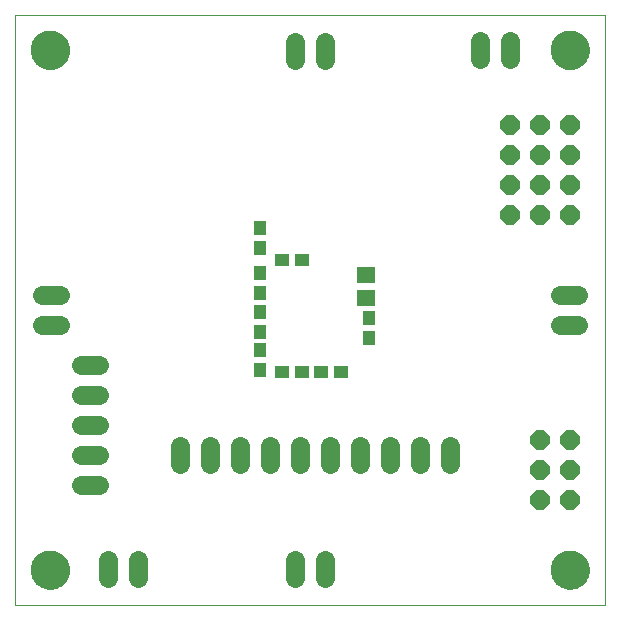
<source format=gbs>
G75*
G70*
%OFA0B0*%
%FSLAX24Y24*%
%IPPOS*%
%LPD*%
%AMOC8*
5,1,8,0,0,1.08239X$1,22.5*
%
%ADD10C,0.0000*%
%ADD11C,0.1300*%
%ADD12R,0.0434X0.0473*%
%ADD13R,0.0473X0.0434*%
%ADD14R,0.0631X0.0552*%
%ADD15C,0.0640*%
%ADD16OC8,0.0640*%
D10*
X003295Y003295D02*
X022980Y003295D01*
X022980Y022980D01*
X003295Y022980D01*
X003295Y003295D01*
X003846Y004476D02*
X003848Y004526D01*
X003854Y004576D01*
X003864Y004625D01*
X003878Y004673D01*
X003895Y004720D01*
X003916Y004765D01*
X003941Y004809D01*
X003969Y004850D01*
X004001Y004889D01*
X004035Y004926D01*
X004072Y004960D01*
X004112Y004990D01*
X004154Y005017D01*
X004198Y005041D01*
X004244Y005062D01*
X004291Y005078D01*
X004339Y005091D01*
X004389Y005100D01*
X004438Y005105D01*
X004489Y005106D01*
X004539Y005103D01*
X004588Y005096D01*
X004637Y005085D01*
X004685Y005070D01*
X004731Y005052D01*
X004776Y005030D01*
X004819Y005004D01*
X004860Y004975D01*
X004899Y004943D01*
X004935Y004908D01*
X004967Y004870D01*
X004997Y004830D01*
X005024Y004787D01*
X005047Y004743D01*
X005066Y004697D01*
X005082Y004649D01*
X005094Y004600D01*
X005102Y004551D01*
X005106Y004501D01*
X005106Y004451D01*
X005102Y004401D01*
X005094Y004352D01*
X005082Y004303D01*
X005066Y004255D01*
X005047Y004209D01*
X005024Y004165D01*
X004997Y004122D01*
X004967Y004082D01*
X004935Y004044D01*
X004899Y004009D01*
X004860Y003977D01*
X004819Y003948D01*
X004776Y003922D01*
X004731Y003900D01*
X004685Y003882D01*
X004637Y003867D01*
X004588Y003856D01*
X004539Y003849D01*
X004489Y003846D01*
X004438Y003847D01*
X004389Y003852D01*
X004339Y003861D01*
X004291Y003874D01*
X004244Y003890D01*
X004198Y003911D01*
X004154Y003935D01*
X004112Y003962D01*
X004072Y003992D01*
X004035Y004026D01*
X004001Y004063D01*
X003969Y004102D01*
X003941Y004143D01*
X003916Y004187D01*
X003895Y004232D01*
X003878Y004279D01*
X003864Y004327D01*
X003854Y004376D01*
X003848Y004426D01*
X003846Y004476D01*
X003846Y021799D02*
X003848Y021849D01*
X003854Y021899D01*
X003864Y021948D01*
X003878Y021996D01*
X003895Y022043D01*
X003916Y022088D01*
X003941Y022132D01*
X003969Y022173D01*
X004001Y022212D01*
X004035Y022249D01*
X004072Y022283D01*
X004112Y022313D01*
X004154Y022340D01*
X004198Y022364D01*
X004244Y022385D01*
X004291Y022401D01*
X004339Y022414D01*
X004389Y022423D01*
X004438Y022428D01*
X004489Y022429D01*
X004539Y022426D01*
X004588Y022419D01*
X004637Y022408D01*
X004685Y022393D01*
X004731Y022375D01*
X004776Y022353D01*
X004819Y022327D01*
X004860Y022298D01*
X004899Y022266D01*
X004935Y022231D01*
X004967Y022193D01*
X004997Y022153D01*
X005024Y022110D01*
X005047Y022066D01*
X005066Y022020D01*
X005082Y021972D01*
X005094Y021923D01*
X005102Y021874D01*
X005106Y021824D01*
X005106Y021774D01*
X005102Y021724D01*
X005094Y021675D01*
X005082Y021626D01*
X005066Y021578D01*
X005047Y021532D01*
X005024Y021488D01*
X004997Y021445D01*
X004967Y021405D01*
X004935Y021367D01*
X004899Y021332D01*
X004860Y021300D01*
X004819Y021271D01*
X004776Y021245D01*
X004731Y021223D01*
X004685Y021205D01*
X004637Y021190D01*
X004588Y021179D01*
X004539Y021172D01*
X004489Y021169D01*
X004438Y021170D01*
X004389Y021175D01*
X004339Y021184D01*
X004291Y021197D01*
X004244Y021213D01*
X004198Y021234D01*
X004154Y021258D01*
X004112Y021285D01*
X004072Y021315D01*
X004035Y021349D01*
X004001Y021386D01*
X003969Y021425D01*
X003941Y021466D01*
X003916Y021510D01*
X003895Y021555D01*
X003878Y021602D01*
X003864Y021650D01*
X003854Y021699D01*
X003848Y021749D01*
X003846Y021799D01*
X021169Y021799D02*
X021171Y021849D01*
X021177Y021899D01*
X021187Y021948D01*
X021201Y021996D01*
X021218Y022043D01*
X021239Y022088D01*
X021264Y022132D01*
X021292Y022173D01*
X021324Y022212D01*
X021358Y022249D01*
X021395Y022283D01*
X021435Y022313D01*
X021477Y022340D01*
X021521Y022364D01*
X021567Y022385D01*
X021614Y022401D01*
X021662Y022414D01*
X021712Y022423D01*
X021761Y022428D01*
X021812Y022429D01*
X021862Y022426D01*
X021911Y022419D01*
X021960Y022408D01*
X022008Y022393D01*
X022054Y022375D01*
X022099Y022353D01*
X022142Y022327D01*
X022183Y022298D01*
X022222Y022266D01*
X022258Y022231D01*
X022290Y022193D01*
X022320Y022153D01*
X022347Y022110D01*
X022370Y022066D01*
X022389Y022020D01*
X022405Y021972D01*
X022417Y021923D01*
X022425Y021874D01*
X022429Y021824D01*
X022429Y021774D01*
X022425Y021724D01*
X022417Y021675D01*
X022405Y021626D01*
X022389Y021578D01*
X022370Y021532D01*
X022347Y021488D01*
X022320Y021445D01*
X022290Y021405D01*
X022258Y021367D01*
X022222Y021332D01*
X022183Y021300D01*
X022142Y021271D01*
X022099Y021245D01*
X022054Y021223D01*
X022008Y021205D01*
X021960Y021190D01*
X021911Y021179D01*
X021862Y021172D01*
X021812Y021169D01*
X021761Y021170D01*
X021712Y021175D01*
X021662Y021184D01*
X021614Y021197D01*
X021567Y021213D01*
X021521Y021234D01*
X021477Y021258D01*
X021435Y021285D01*
X021395Y021315D01*
X021358Y021349D01*
X021324Y021386D01*
X021292Y021425D01*
X021264Y021466D01*
X021239Y021510D01*
X021218Y021555D01*
X021201Y021602D01*
X021187Y021650D01*
X021177Y021699D01*
X021171Y021749D01*
X021169Y021799D01*
X021169Y004476D02*
X021171Y004526D01*
X021177Y004576D01*
X021187Y004625D01*
X021201Y004673D01*
X021218Y004720D01*
X021239Y004765D01*
X021264Y004809D01*
X021292Y004850D01*
X021324Y004889D01*
X021358Y004926D01*
X021395Y004960D01*
X021435Y004990D01*
X021477Y005017D01*
X021521Y005041D01*
X021567Y005062D01*
X021614Y005078D01*
X021662Y005091D01*
X021712Y005100D01*
X021761Y005105D01*
X021812Y005106D01*
X021862Y005103D01*
X021911Y005096D01*
X021960Y005085D01*
X022008Y005070D01*
X022054Y005052D01*
X022099Y005030D01*
X022142Y005004D01*
X022183Y004975D01*
X022222Y004943D01*
X022258Y004908D01*
X022290Y004870D01*
X022320Y004830D01*
X022347Y004787D01*
X022370Y004743D01*
X022389Y004697D01*
X022405Y004649D01*
X022417Y004600D01*
X022425Y004551D01*
X022429Y004501D01*
X022429Y004451D01*
X022425Y004401D01*
X022417Y004352D01*
X022405Y004303D01*
X022389Y004255D01*
X022370Y004209D01*
X022347Y004165D01*
X022320Y004122D01*
X022290Y004082D01*
X022258Y004044D01*
X022222Y004009D01*
X022183Y003977D01*
X022142Y003948D01*
X022099Y003922D01*
X022054Y003900D01*
X022008Y003882D01*
X021960Y003867D01*
X021911Y003856D01*
X021862Y003849D01*
X021812Y003846D01*
X021761Y003847D01*
X021712Y003852D01*
X021662Y003861D01*
X021614Y003874D01*
X021567Y003890D01*
X021521Y003911D01*
X021477Y003935D01*
X021435Y003962D01*
X021395Y003992D01*
X021358Y004026D01*
X021324Y004063D01*
X021292Y004102D01*
X021264Y004143D01*
X021239Y004187D01*
X021218Y004232D01*
X021201Y004279D01*
X021187Y004327D01*
X021177Y004376D01*
X021171Y004426D01*
X021169Y004476D01*
D11*
X021799Y004476D03*
X004476Y004476D03*
X004476Y021799D03*
X021799Y021799D03*
D12*
X015106Y012882D03*
X015106Y012213D03*
X011465Y012409D03*
X011465Y013079D03*
X011465Y013689D03*
X011465Y014358D03*
X011465Y015189D03*
X011465Y015858D03*
X011465Y011799D03*
X011465Y011130D03*
D13*
X012213Y011071D03*
X012882Y011071D03*
X013492Y011071D03*
X014161Y011071D03*
X012882Y014811D03*
X012213Y014811D03*
D14*
X015008Y014299D03*
X015008Y013551D03*
D15*
X014795Y008595D02*
X014795Y007995D01*
X013795Y007995D02*
X013795Y008595D01*
X012795Y008595D02*
X012795Y007995D01*
X011795Y007995D02*
X011795Y008595D01*
X010795Y008595D02*
X010795Y007995D01*
X009795Y007995D02*
X009795Y008595D01*
X008795Y008595D02*
X008795Y007995D01*
X006095Y008295D02*
X005495Y008295D01*
X005495Y007295D02*
X006095Y007295D01*
X006095Y009295D02*
X005495Y009295D01*
X005495Y010295D02*
X006095Y010295D01*
X006095Y011295D02*
X005495Y011295D01*
X004800Y012638D02*
X004200Y012638D01*
X004200Y013638D02*
X004800Y013638D01*
X012638Y021476D02*
X012638Y022076D01*
X013638Y022076D02*
X013638Y021476D01*
X018795Y021495D02*
X018795Y022095D01*
X019795Y022095D02*
X019795Y021495D01*
X021476Y013638D02*
X022076Y013638D01*
X022076Y012638D02*
X021476Y012638D01*
X017795Y008595D02*
X017795Y007995D01*
X016795Y007995D02*
X016795Y008595D01*
X015795Y008595D02*
X015795Y007995D01*
X013638Y004800D02*
X013638Y004200D01*
X012638Y004200D02*
X012638Y004800D01*
X007388Y004800D02*
X007388Y004200D01*
X006388Y004200D02*
X006388Y004800D01*
D16*
X019795Y016295D03*
X019795Y017295D03*
X019795Y018295D03*
X019795Y019295D03*
X020795Y019295D03*
X021795Y019295D03*
X021795Y018295D03*
X020795Y018295D03*
X020795Y017295D03*
X020795Y016295D03*
X021795Y016295D03*
X021795Y017295D03*
X021795Y008795D03*
X020795Y008795D03*
X020795Y007795D03*
X021795Y007795D03*
X021795Y006795D03*
X020795Y006795D03*
M02*

</source>
